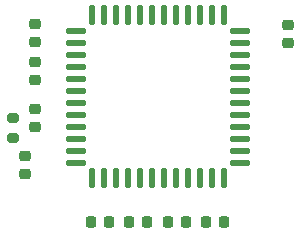
<source format=gtp>
%TF.GenerationSoftware,KiCad,Pcbnew,8.0.3-8.0.3-0~ubuntu24.04.1*%
%TF.CreationDate,2024-07-09T09:27:24+02:00*%
%TF.ProjectId,PythonBreakout,50797468-6f6e-4427-9265-616b6f75742e,rev?*%
%TF.SameCoordinates,Original*%
%TF.FileFunction,Paste,Top*%
%TF.FilePolarity,Positive*%
%FSLAX46Y46*%
G04 Gerber Fmt 4.6, Leading zero omitted, Abs format (unit mm)*
G04 Created by KiCad (PCBNEW 8.0.3-8.0.3-0~ubuntu24.04.1) date 2024-07-09 09:27:24*
%MOMM*%
%LPD*%
G01*
G04 APERTURE LIST*
G04 Aperture macros list*
%AMRoundRect*
0 Rectangle with rounded corners*
0 $1 Rounding radius*
0 $2 $3 $4 $5 $6 $7 $8 $9 X,Y pos of 4 corners*
0 Add a 4 corners polygon primitive as box body*
4,1,4,$2,$3,$4,$5,$6,$7,$8,$9,$2,$3,0*
0 Add four circle primitives for the rounded corners*
1,1,$1+$1,$2,$3*
1,1,$1+$1,$4,$5*
1,1,$1+$1,$6,$7*
1,1,$1+$1,$8,$9*
0 Add four rect primitives between the rounded corners*
20,1,$1+$1,$2,$3,$4,$5,0*
20,1,$1+$1,$4,$5,$6,$7,0*
20,1,$1+$1,$6,$7,$8,$9,0*
20,1,$1+$1,$8,$9,$2,$3,0*%
G04 Aperture macros list end*
%ADD10RoundRect,0.225000X0.225000X0.250000X-0.225000X0.250000X-0.225000X-0.250000X0.225000X-0.250000X0*%
%ADD11RoundRect,0.225000X-0.250000X0.225000X-0.250000X-0.225000X0.250000X-0.225000X0.250000X0.225000X0*%
%ADD12RoundRect,0.028200X-0.786800X0.206800X-0.786800X-0.206800X0.786800X-0.206800X0.786800X0.206800X0*%
%ADD13RoundRect,0.028200X-0.206800X0.786800X-0.206800X-0.786800X0.206800X-0.786800X0.206800X0.786800X0*%
%ADD14RoundRect,0.200000X0.275000X-0.200000X0.275000X0.200000X-0.275000X0.200000X-0.275000X-0.200000X0*%
%ADD15RoundRect,0.225000X-0.225000X-0.250000X0.225000X-0.250000X0.225000X0.250000X-0.225000X0.250000X0*%
%ADD16RoundRect,0.225000X0.250000X-0.225000X0.250000X0.225000X-0.250000X0.225000X-0.250000X-0.225000X0*%
G04 APERTURE END LIST*
D10*
X89080000Y-80575000D03*
X87530000Y-80575000D03*
D11*
X79605000Y-71000000D03*
X79605000Y-72550000D03*
X101005000Y-63875000D03*
X101005000Y-65425000D03*
D12*
X96905000Y-69492000D03*
X96905000Y-68476000D03*
X96905000Y-67460000D03*
X96905000Y-66444000D03*
X96905000Y-65428000D03*
X96905000Y-64412000D03*
D13*
X95588000Y-63095000D03*
X94572000Y-63095000D03*
X93556000Y-63095000D03*
X92540000Y-63095000D03*
X91524000Y-63095000D03*
X90508000Y-63095000D03*
X89492000Y-63095000D03*
X88476000Y-63095000D03*
X87460000Y-63095000D03*
X86444000Y-63095000D03*
X85428000Y-63095000D03*
X84412000Y-63095000D03*
D12*
X83095000Y-64412000D03*
X83095000Y-65428000D03*
X83095000Y-66444000D03*
X83095000Y-67460000D03*
X83095000Y-68476000D03*
X83095000Y-69492000D03*
X83095000Y-70508000D03*
X83095000Y-71524000D03*
X83095000Y-72540000D03*
X83095000Y-73556000D03*
X83095000Y-74572000D03*
X83095000Y-75588000D03*
D13*
X84412000Y-76905000D03*
X85428000Y-76905000D03*
X86444000Y-76905000D03*
X87460000Y-76905000D03*
X88476000Y-76905000D03*
X89492000Y-76905000D03*
X90508000Y-76905000D03*
X91524000Y-76905000D03*
X92540000Y-76905000D03*
X93556000Y-76905000D03*
X94572000Y-76905000D03*
X95588000Y-76905000D03*
D12*
X96905000Y-75588000D03*
X96905000Y-74572000D03*
X96905000Y-73556000D03*
X96905000Y-72540000D03*
X96905000Y-71524000D03*
X96905000Y-70508000D03*
D10*
X95580000Y-80575000D03*
X94030000Y-80575000D03*
X92355000Y-80575000D03*
X90805000Y-80575000D03*
D14*
X77705000Y-73450000D03*
X77705000Y-71800000D03*
D15*
X84305000Y-80575000D03*
X85855000Y-80575000D03*
D11*
X79605000Y-63800000D03*
X79605000Y-65350000D03*
X78705000Y-75000000D03*
X78705000Y-76550000D03*
D16*
X79605000Y-68575000D03*
X79605000Y-67025000D03*
M02*

</source>
